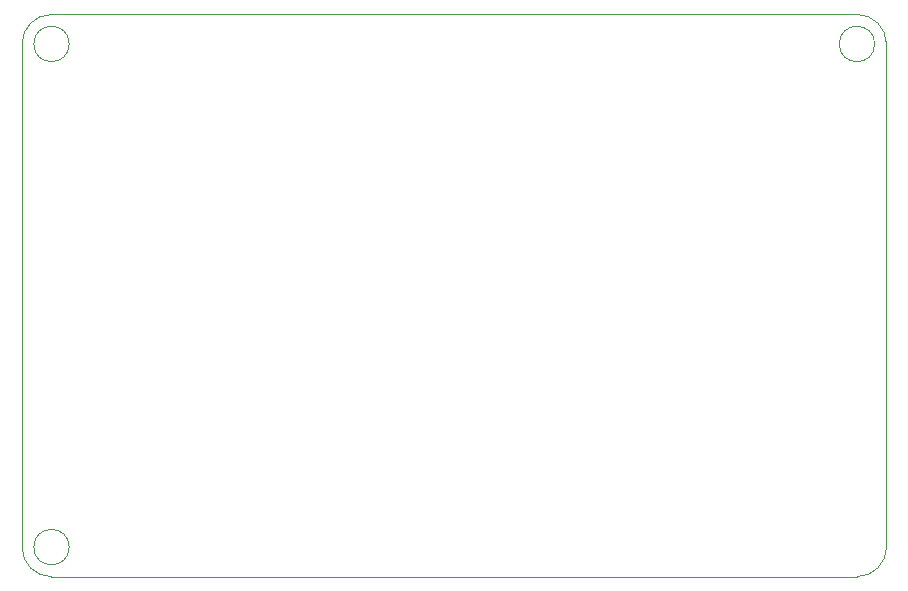
<source format=gbr>
%TF.GenerationSoftware,KiCad,Pcbnew,9.0.7*%
%TF.CreationDate,2026-02-04T13:28:02-08:00*%
%TF.ProjectId,BasicDatalogger,42617369-6344-4617-9461-6c6f67676572,rev?*%
%TF.SameCoordinates,Original*%
%TF.FileFunction,Profile,NP*%
%FSLAX46Y46*%
G04 Gerber Fmt 4.6, Leading zero omitted, Abs format (unit mm)*
G04 Created by KiCad (PCBNEW 9.0.7) date 2026-02-04 13:28:02*
%MOMM*%
%LPD*%
G01*
G04 APERTURE LIST*
%TA.AperFunction,Profile*%
%ADD10C,0.050000*%
%TD*%
G04 APERTURE END LIST*
D10*
X73400000Y-31800000D02*
G75*
G02*
X75900000Y-29300000I2500000J0D01*
G01*
X146600000Y-74400000D02*
G75*
G02*
X144100000Y-76900000I-2500000J0D01*
G01*
X73400000Y-74400000D02*
X73400000Y-31800000D01*
X144100000Y-76900000D02*
X75900000Y-76900000D01*
X146600000Y-31800000D02*
X146600000Y-74400000D01*
X145600000Y-31800000D02*
G75*
G02*
X142600000Y-31800000I-1500000J0D01*
G01*
X142600000Y-31800000D02*
G75*
G02*
X145600000Y-31800000I1500000J0D01*
G01*
X144100000Y-29300000D02*
G75*
G02*
X146600000Y-31800000I0J-2500000D01*
G01*
X75900000Y-76900000D02*
G75*
G02*
X73400000Y-74400000I0J2500000D01*
G01*
X77400000Y-31800000D02*
G75*
G02*
X74400000Y-31800000I-1500000J0D01*
G01*
X74400000Y-31800000D02*
G75*
G02*
X77400000Y-31800000I1500000J0D01*
G01*
X77400000Y-74400000D02*
G75*
G02*
X74400000Y-74400000I-1500000J0D01*
G01*
X74400000Y-74400000D02*
G75*
G02*
X77400000Y-74400000I1500000J0D01*
G01*
X75900000Y-29300000D02*
X144100000Y-29300000D01*
M02*

</source>
